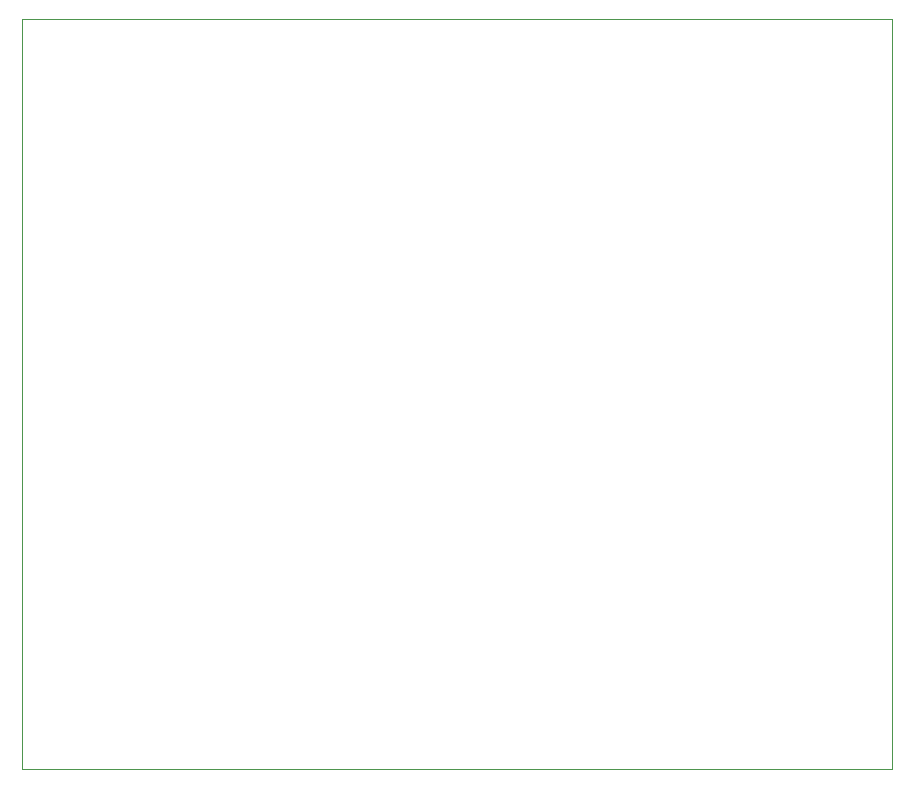
<source format=gbr>
%TF.GenerationSoftware,Altium Limited,Altium Designer,21.6.4 (81)*%
G04 Layer_Color=0*
%FSLAX26Y26*%
%MOIN*%
%TF.SameCoordinates,5FA90F47-3B47-4036-B415-51D33840892C*%
%TF.FilePolarity,Positive*%
%TF.FileFunction,Profile,NP*%
%TF.Part,CustomerPanel*%
G01*
G75*
%TA.AperFunction,Profile*%
%ADD28C,0.001000*%
D28*
X1000000Y975000D02*
X3900000D01*
Y3475000D01*
X1000000D01*
Y975000D01*
%TF.MD5,195069dbf02f9e1b361c659b117aa6fb*%
M02*

</source>
